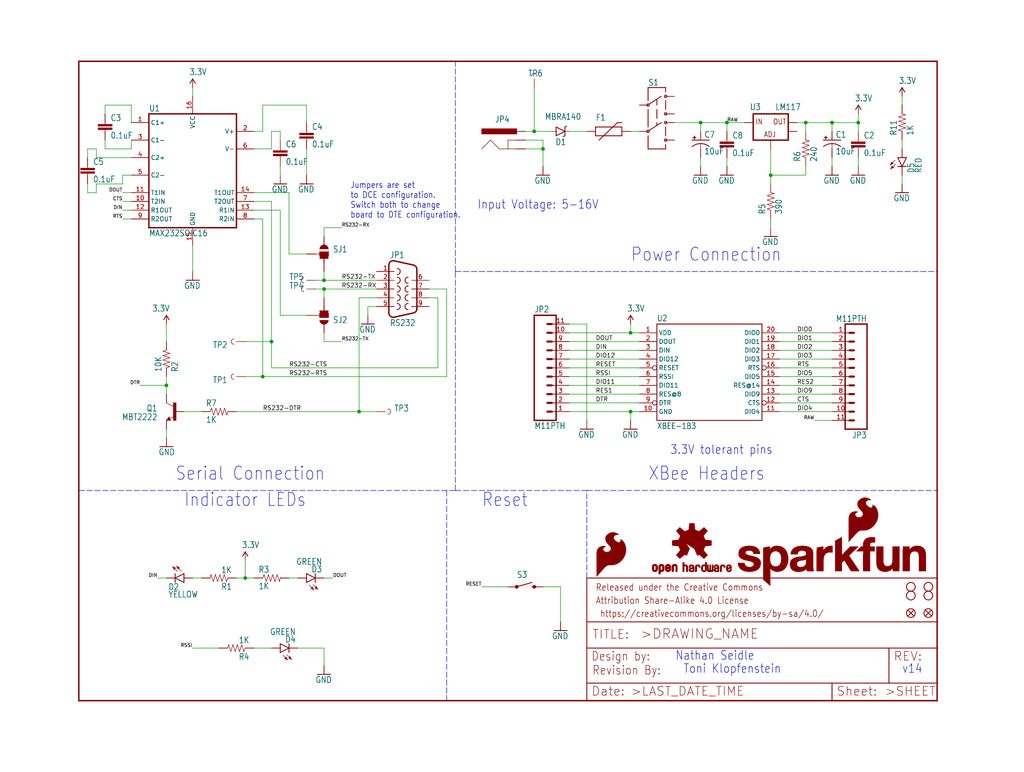
<source format=kicad_sch>
(kicad_sch (version 20211123) (generator eeschema)
  (paper "User" 297.002 223.926)
  (lib_symbols
    (symbol "eagleSchem-eagle-import:0.1UF-25V(+80{slash}-20%)(0603)"
      (property "Reference" "C" (at 1.524 2.921 0))
      (property "Value" "0.1UF-25V(+80{slash}-20%)(0603)" (at 1.524 -2.159 0))
      (symbol "0.1UF-25V(+80{slash}-20%)(0603)_1_0"
        (pin passive line (at 0 5.08 270) (length 2.54) (name "1") (number "1"))
        (pin passive line (at 0 -2.54 90) (length 2.54) (name "2") (number "2"))
      )
    )
    (symbol "eagleSchem-eagle-import:10KOHM-1{slash}10W-1%(0603)0603"
      (property "Reference" "R" (at -3.81 1.4986 0))
      (property "Value" "10KOHM-1{slash}10W-1%(0603)0603" (at -3.81 -3.302 0))
      (symbol "10KOHM-1{slash}10W-1%(0603)0603_1_0"
        (pin passive line (at -5.08 0 0) (length 2.54) (name "1") (number "1"))
        (pin passive line (at 5.08 0 180) (length 2.54) (name "2") (number "2"))
      )
    )
    (symbol "eagleSchem-eagle-import:10UF-16V-10%(TANT)"
      (property "Reference" "C" (at 1.016 0.635 0))
      (property "Value" "10UF-16V-10%(TANT)" (at 1.016 -4.191 0))
      (symbol "10UF-16V-10%(TANT)_1_0"
        (pin passive line (at 0 2.54 270) (length 2.54) (name "+") (number "A"))
        (pin passive line (at 0 -5.08 90) (length 2.54) (name "-") (number "C"))
      )
    )
    (symbol "eagleSchem-eagle-import:1KOHM-1{slash}10W-1%(0603)"
      (property "Reference" "R" (at -3.81 1.4986 0))
      (property "Value" "1KOHM-1{slash}10W-1%(0603)" (at -3.81 -3.302 0))
      (symbol "1KOHM-1{slash}10W-1%(0603)_1_0"
        (pin passive line (at -5.08 0 0) (length 2.54) (name "1") (number "1"))
        (pin passive line (at 5.08 0 180) (length 2.54) (name "2") (number "2"))
      )
    )
    (symbol "eagleSchem-eagle-import:240OHM1{slash}10W1%(0603)"
      (property "Reference" "R" (at -3.81 1.4986 0))
      (property "Value" "240OHM1{slash}10W1%(0603)" (at -3.81 -3.302 0))
      (symbol "240OHM1{slash}10W1%(0603)_1_0"
        (pin passive line (at -5.08 0 0) (length 2.54) (name "1") (number "1"))
        (pin passive line (at 5.08 0 180) (length 2.54) (name "2") (number "2"))
      )
    )
    (symbol "eagleSchem-eagle-import:3.3V" (power)
      (property "Value" "3.3V" (at -1.016 3.556 0))
      (symbol "3.3V_1_0"
        (pin power_in line (at 0 0 90) (length 2.54) (name "3.3V") (number "1"))
      )
    )
    (symbol "eagleSchem-eagle-import:390OHM1{slash}10W1%(0603)"
      (property "Reference" "R" (at -3.81 1.4986 0))
      (property "Value" "390OHM1{slash}10W1%(0603)" (at -3.81 -3.302 0))
      (symbol "390OHM1{slash}10W1%(0603)_1_0"
        (pin passive line (at -5.08 0 0) (length 2.54) (name "1") (number "1"))
        (pin passive line (at 5.08 0 180) (length 2.54) (name "2") (number "2"))
      )
    )
    (symbol "eagleSchem-eagle-import:AYZ0202"
      (property "Reference" "S" (at -2.54 8.128 0))
      (property "Value" "AYZ0202" (at -2.54 -12.7 0))
      (symbol "AYZ0202_1_0"
        (pin bidirectional line (at 5.08 0 180) (length 2.54) (name "3") (number "1"))
        (pin bidirectional line (at -5.08 2.54 0) (length 2.54) (name "2") (number "2"))
        (pin bidirectional line (at 5.08 5.08 180) (length 2.54) (name "1") (number "3"))
        (pin bidirectional line (at 5.08 -7.62 180) (length 2.54) (name "6") (number "4"))
        (pin bidirectional line (at -5.08 -5.08 0) (length 2.54) (name "5") (number "5"))
        (pin bidirectional line (at 5.08 -2.54 180) (length 2.54) (name "4") (number "6"))
      )
    )
    (symbol "eagleSchem-eagle-import:DB9FEMALE"
      (property "Reference" "JP" (at -3.81 8.89 0))
      (property "Value" "DB9FEMALE" (at -3.81 -10.795 0))
      (symbol "DB9FEMALE_1_0"
        (pin passive line (at -7.62 5.08 0) (length 5.08) (name "1") (number "1"))
        (pin passive line (at -7.62 2.54 0) (length 5.08) (name "2") (number "2"))
        (pin passive line (at -7.62 0 0) (length 5.08) (name "3") (number "3"))
        (pin passive line (at -7.62 -2.54 0) (length 5.08) (name "4") (number "4"))
        (pin passive line (at -7.62 -5.08 0) (length 5.08) (name "5") (number "5"))
        (pin passive line (at 7.62 2.54 180) (length 5.08) (name "6") (number "6"))
        (pin passive line (at 7.62 0 180) (length 5.08) (name "7") (number "7"))
        (pin passive line (at 7.62 -2.54 180) (length 5.08) (name "8") (number "8"))
        (pin passive line (at 7.62 -5.08 180) (length 5.08) (name "9") (number "9"))
      )
    )
    (symbol "eagleSchem-eagle-import:DIODE-SCHOTTKY-MBRA140"
      (property "Reference" "D" (at 2.54 0.4826 0))
      (property "Value" "DIODE-SCHOTTKY-MBRA140" (at 2.54 -2.3114 0))
      (symbol "DIODE-SCHOTTKY-MBRA140_1_0"
        (pin passive line (at -2.54 0 0) (length 0) (name "A") (number "A"))
        (pin passive line (at 2.54 0 180) (length 0) (name "C") (number "C"))
      )
    )
    (symbol "eagleSchem-eagle-import:FIDUCIAL1X2")
    (symbol "eagleSchem-eagle-import:FRAME-LETTER"
      (symbol "FRAME-LETTER_2_0"
        (text " https://creativecommons.org/licenses/by-sa/4.0/" (at 2.54 24.13 0) (effects (font (size 1.9304 1.6408)) (justify left bottom)))
        (text ">DRAWING_NAME" (at 15.494 17.78 0) (effects (font (size 2.7432 2.7432)) (justify left bottom)))
        (text ">LAST_DATE_TIME" (at 12.7 1.27 0) (effects (font (size 2.54 2.54)) (justify left bottom)))
        (text ">SHEET" (at 86.36 1.27 0) (effects (font (size 2.54 2.54)) (justify left bottom)))
        (text "Attribution Share-Alike 4.0 License" (at 2.54 27.94 0) (effects (font (size 1.9304 1.6408)) (justify left bottom)))
        (text "Date:" (at 1.27 1.27 0) (effects (font (size 2.54 2.54)) (justify left bottom)))
        (text "Design by:" (at 1.27 11.43 0) (effects (font (size 2.54 2.159)) (justify left bottom)))
        (text "Released under the Creative Commons" (at 2.54 31.75 0) (effects (font (size 1.9304 1.6408)) (justify left bottom)))
        (text "REV:" (at 88.9 11.43 0) (effects (font (size 2.54 2.54)) (justify left bottom)))
        (text "Sheet:" (at 72.39 1.27 0) (effects (font (size 2.54 2.54)) (justify left bottom)))
        (text "TITLE:" (at 1.524 17.78 0) (effects (font (size 2.54 2.54)) (justify left bottom)))
      )
    )
    (symbol "eagleSchem-eagle-import:GND" (power)
      (property "Value" "GND" (at -2.54 -2.54 0))
      (symbol "GND_1_0"
        (pin power_in line (at 0 2.54 270) (length 2.54) (name "GND") (number "1"))
      )
    )
    (symbol "eagleSchem-eagle-import:JUMPER-PAD-3-2OF3_NC_BY_TRACE_SMALL"
      (property "Reference" "SJ" (at 2.54 0.381 0))
      (property "Value" "JUMPER-PAD-3-2OF3_NC_BY_TRACE_SMALL" (at 2.54 -1.905 0))
      (symbol "JUMPER-PAD-3-2OF3_NC_BY_TRACE_SMALL_1_0"
        (pin passive line (at 0 5.08 270) (length 2.54) (name "1") (number "1"))
        (pin passive line (at -5.08 0 0) (length 2.54) (name "2") (number "2"))
        (pin passive line (at 0 -5.08 90) (length 2.54) (name "3") (number "3"))
      )
    )
    (symbol "eagleSchem-eagle-import:LED-GREENLARGE"
      (property "Reference" "D" (at 3.556 -4.572 90))
      (property "Value" "LED-GREENLARGE" (at 5.715 -4.572 90))
      (symbol "LED-GREENLARGE_1_0"
        (pin passive line (at 0 2.54 270) (length 2.54) (name "A") (number "A"))
        (pin passive line (at 0 -5.08 90) (length 2.54) (name "C") (number "C"))
      )
    )
    (symbol "eagleSchem-eagle-import:LED-RED1206"
      (property "Reference" "D" (at 3.556 -4.572 90))
      (property "Value" "LED-RED1206" (at 5.715 -4.572 90))
      (symbol "LED-RED1206_1_0"
        (pin passive line (at 0 2.54 270) (length 2.54) (name "A") (number "A"))
        (pin passive line (at 0 -5.08 90) (length 2.54) (name "C") (number "C"))
      )
    )
    (symbol "eagleSchem-eagle-import:LED-YELLOWLARGE"
      (property "Reference" "D" (at 3.556 -4.572 90))
      (property "Value" "LED-YELLOWLARGE" (at 5.715 -4.572 90))
      (symbol "LED-YELLOWLARGE_1_0"
        (pin passive line (at 0 2.54 270) (length 2.54) (name "A") (number "A"))
        (pin passive line (at 0 -5.08 90) (length 2.54) (name "C") (number "C"))
      )
    )
    (symbol "eagleSchem-eagle-import:M11PTH"
      (property "Reference" "JP" (at 0 16.002 0))
      (property "Value" "M11PTH" (at 0 -17.78 0))
      (symbol "M11PTH_1_0"
        (pin passive line (at 10.16 -12.7 180) (length 5.08) (name "1") (number "1"))
        (pin passive line (at 10.16 10.16 180) (length 5.08) (name "10") (number "10"))
        (pin passive line (at 10.16 12.7 180) (length 5.08) (name "11") (number "11"))
        (pin passive line (at 10.16 -10.16 180) (length 5.08) (name "2") (number "2"))
        (pin passive line (at 10.16 -7.62 180) (length 5.08) (name "3") (number "3"))
        (pin passive line (at 10.16 -5.08 180) (length 5.08) (name "4") (number "4"))
        (pin passive line (at 10.16 -2.54 180) (length 5.08) (name "5") (number "5"))
        (pin passive line (at 10.16 0 180) (length 5.08) (name "6") (number "6"))
        (pin passive line (at 10.16 2.54 180) (length 5.08) (name "7") (number "7"))
        (pin passive line (at 10.16 5.08 180) (length 5.08) (name "8") (number "8"))
        (pin passive line (at 10.16 7.62 180) (length 5.08) (name "9") (number "9"))
      )
    )
    (symbol "eagleSchem-eagle-import:MAX232SOIC16"
      (property "Reference" "U" (at -10.16 15.875 0))
      (property "Value" "MAX232SOIC16" (at -10.16 -20.32 0))
      (symbol "MAX232SOIC16_1_0"
        (pin bidirectional line (at -15.24 12.7 0) (length 5.08) (name "C1+") (number "1"))
        (pin input line (at -15.24 -10.16 0) (length 5.08) (name "T2IN") (number "10"))
        (pin input line (at -15.24 -7.62 0) (length 5.08) (name "T1IN") (number "11"))
        (pin output line (at -15.24 -12.7 0) (length 5.08) (name "R1OUT") (number "12"))
        (pin input line (at 20.32 -12.7 180) (length 5.08) (name "R1IN") (number "13"))
        (pin output line (at 20.32 -7.62 180) (length 5.08) (name "T1OUT") (number "14"))
        (pin bidirectional line (at 2.54 -22.86 90) (length 5.08) (name "GND") (number "15"))
        (pin bidirectional line (at 2.54 20.32 270) (length 5.08) (name "VCC") (number "16"))
        (pin bidirectional line (at 20.32 10.16 180) (length 5.08) (name "V+") (number "2"))
        (pin bidirectional line (at -15.24 7.62 0) (length 5.08) (name "C1-") (number "3"))
        (pin bidirectional line (at -15.24 2.54 0) (length 5.08) (name "C2+") (number "4"))
        (pin bidirectional line (at -15.24 -2.54 0) (length 5.08) (name "C2-") (number "5"))
        (pin bidirectional line (at 20.32 5.08 180) (length 5.08) (name "V-") (number "6"))
        (pin output line (at 20.32 -10.16 180) (length 5.08) (name "T2OUT") (number "7"))
        (pin input line (at 20.32 -15.24 180) (length 5.08) (name "R2IN") (number "8"))
        (pin output line (at -15.24 -15.24 0) (length 5.08) (name "R2OUT") (number "9"))
      )
    )
    (symbol "eagleSchem-eagle-import:OSHW-LOGOL")
    (symbol "eagleSchem-eagle-import:POWER_JACKPTH_LOCK"
      (property "Reference" "JP" (at -10.16 0 0))
      (property "Value" "POWER_JACKPTH_LOCK" (at -10.16 10.16 0))
      (symbol "POWER_JACKPTH_LOCK_1_0"
        (pin bidirectional line (at 2.54 2.54 180) (length 2.54) (name "GND") (number "GND"))
        (pin bidirectional line (at 2.54 5.08 180) (length 2.54) (name "GNDBREAK") (number "GNDBREAK"))
        (pin bidirectional line (at 2.54 7.62 180) (length 2.54) (name "PWR") (number "PWR"))
      )
    )
    (symbol "eagleSchem-eagle-import:PTCTHERMISTOR1206"
      (property "Reference" "F" (at -2.54 3.048 0))
      (property "Value" "PTCTHERMISTOR1206" (at -3.302 -5.08 0))
      (symbol "PTCTHERMISTOR1206_1_0"
        (pin bidirectional line (at -5.08 0 0) (length 2.54) (name "1") (number "1"))
        (pin bidirectional line (at 7.62 0 180) (length 2.54) (name "2") (number "2"))
      )
    )
    (symbol "eagleSchem-eagle-import:REVISION"
      (symbol "REVISION_1_0"
        (text "Revision By: " (at 0 0 0) (effects (font (size 2.54 2.159)) (justify left bottom)))
      )
    )
    (symbol "eagleSchem-eagle-import:SFE_LOGO_FLAME.1_INCH")
    (symbol "eagleSchem-eagle-import:SFE_LOGO_NAME_FLAME.2_INCH")
    (symbol "eagleSchem-eagle-import:STAND-OFF")
    (symbol "eagleSchem-eagle-import:SWITCH-MOMENTARY-2SMD-REDUNDANT"
      (property "Reference" "S" (at -2.54 2.54 0))
      (property "Value" "SWITCH-MOMENTARY-2SMD-REDUNDANT" (at -2.54 -2.54 0))
      (symbol "SWITCH-MOMENTARY-2SMD-REDUNDANT_1_0"
        (pin passive line (at -5.08 0 0) (length 2.54) (name "1") (number "1"))
        (pin passive line (at -5.08 0 0) (length 2.54) (name "1") (number "2"))
        (pin passive line (at 5.08 0 180) (length 2.54) (name "2") (number "3"))
        (pin passive line (at 5.08 0 180) (length 2.54) (name "2") (number "4"))
      )
    )
    (symbol "eagleSchem-eagle-import:TEST-POINTTP_15TH_THRU"
      (property "Reference" "TP" (at -2.54 2.54 0))
      (property "Value" "TEST-POINTTP_15TH_THRU" (at -2.54 -2.54 0))
      (symbol "TEST-POINTTP_15TH_THRU_1_0"
        (pin bidirectional line (at 0 0 180) (length 0) (name "1") (number "P$1"))
      )
    )
    (symbol "eagleSchem-eagle-import:TRANSISTOR_NPNSOT23-3"
      (property "Reference" "Q" (at 5.08 0 0))
      (property "Value" "TRANSISTOR_NPNSOT23-3" (at 5.08 -2.54 0))
      (symbol "TRANSISTOR_NPNSOT23-3_1_0"
        (pin passive line (at -2.54 0 0) (length 2.54) (name "B") (number "1"))
        (pin passive line (at 2.54 -5.08 90) (length 2.54) (name "E") (number "2"))
        (pin passive line (at 2.54 5.08 270) (length 2.54) (name "C") (number "3"))
      )
    )
    (symbol "eagleSchem-eagle-import:V_REG_LM1117SOT223"
      (property "Reference" "IC" (at 2.54 -7.62 0))
      (property "Value" "V_REG_LM1117SOT223" (at 2.54 -10.16 0))
      (symbol "V_REG_LM1117SOT223_1_0"
        (text "ADJ" (at -2.032 -4.318 0) (effects (font (size 1.524 1.2954)) (justify left bottom)))
        (text "IN" (at -4.445 -0.635 0) (effects (font (size 1.524 1.2954)) (justify left bottom)))
        (text "OUT" (at 0.635 -0.635 0) (effects (font (size 1.524 1.2954)) (justify left bottom)))
        (pin input line (at 0 -7.62 90) (length 2.54) (name "ADJ") (number "1"))
        (pin output line (at 7.62 0 180) (length 2.54) (name "OUT") (number "2"))
        (pin input line (at -7.62 0 0) (length 2.54) (name "IN") (number "3"))
        (pin output line (at 7.62 -2.54 180) (length 2.54) (name "OUT@1") (number "4"))
      )
    )
    (symbol "eagleSchem-eagle-import:XBEE-1B3"
      (property "Value" "XBEE-1B3" (at -15.24 -17.78 0))
      (symbol "XBEE-1B3_1_0"
        (pin power_in line (at -20.32 10.16 0) (length 5.08) (name "VDD") (number "1"))
        (pin power_in line (at -20.32 -12.7 0) (length 5.08) (name "GND") (number "10"))
        (pin bidirectional line (at 20.32 -12.7 180) (length 5.08) (name "DIO4") (number "11"))
        (pin output inverted (at 20.32 -10.16 180) (length 5.08) (name "CTS") (number "12"))
        (pin bidirectional line (at 20.32 -7.62 180) (length 5.08) (name "DIO9") (number "13"))
        (pin bidirectional line (at 20.32 -5.08 180) (length 5.08) (name "RES@14") (number "14"))
        (pin bidirectional line (at 20.32 -2.54 180) (length 5.08) (name "DIO5") (number "15"))
        (pin input inverted (at 20.32 0 180) (length 5.08) (name "RTS") (number "16"))
        (pin bidirectional line (at 20.32 2.54 180) (length 5.08) (name "DIO3") (number "17"))
        (pin bidirectional line (at 20.32 5.08 180) (length 5.08) (name "DIO2") (number "18"))
        (pin bidirectional line (at 20.32 7.62 180) (length 5.08) (name "DIO1") (number "19"))
        (pin output line (at -20.32 7.62 0) (length 5.08) (name "DOUT") (number "2"))
        (pin bidirectional line (at 20.32 10.16 180) (length 5.08) (name "DIO0") (number "20"))
        (pin input line (at -20.32 5.08 0) (length 5.08) (name "DIN") (number "3"))
        (pin bidirectional line (at -20.32 2.54 0) (length 5.08) (name "DIO12") (number "4"))
        (pin input inverted (at -20.32 0 0) (length 5.08) (name "RESET") (number "5"))
        (pin bidirectional line (at -20.32 -2.54 0) (length 5.08) (name "RSSI") (number "6"))
        (pin bidirectional line (at -20.32 -5.08 0) (length 5.08) (name "DIO11") (number "7"))
        (pin bidirectional line (at -20.32 -7.62 0) (length 5.08) (name "RES@8") (number "8"))
        (pin bidirectional inverted (at -20.32 -10.16 0) (length 5.08) (name "DTR") (number "9"))
      )
    )
  )
  (junction (at 248.92 35.56))
  (junction (at 93.98 83.82))
  (junction (at 93.98 81.28))
  (junction (at 210.82 35.56))
  (junction (at 76.2 109.22))
  (junction (at 233.68 35.56))
  (junction (at 78.74 99.06))
  (junction (at 48.26 111.76))
  (junction (at 182.88 119.38))
  (junction (at 203.2 35.56))
  (junction (at 182.88 96.52))
  (junction (at 154.94 38.1))
  (junction (at 71.12 167.64))
  (junction (at 241.3 35.56))
  (junction (at 104.14 119.38))
  (junction (at 157.48 43.18))
  (junction (at 223.52 50.8))
  (wire (pts (xy 38.1 40.64) (xy 38.1 43.18)))
  (wire (pts (xy 210.82 35.56) (xy 203.2 35.56)))
  (wire (pts (xy 73.66 187.96) (xy 78.74 187.96)))
  (wire (pts (xy 185.42 104.14) (xy 165.1 104.14)))
  (wire (pts (xy 157.48 43.18) (xy 157.48 48.26)))
  (wire (pts (xy 93.98 83.82) (xy 93.98 86.36)))
  (wire (pts (xy 129.54 109.22) (xy 76.2 109.22)))
  (wire (pts (xy 71.12 109.22) (xy 76.2 109.22)))
  (wire (pts (xy 241.3 109.22) (xy 226.06 109.22)))
  (wire (pts (xy 241.3 35.56) (xy 233.68 35.56)))
  (polyline (pts (xy 132.08 78.74) (xy 132.08 17.78)))
  (wire (pts (xy 93.98 66.04) (xy 99.06 66.04)))
  (wire (pts (xy 73.66 167.64) (xy 71.12 167.64)))
  (wire (pts (xy 73.66 60.96) (xy 81.28 60.96)))
  (wire (pts (xy 241.3 119.38) (xy 226.06 119.38)))
  (wire (pts (xy 233.68 38.1) (xy 233.68 35.56)))
  (wire (pts (xy 223.52 53.34) (xy 223.52 50.8)))
  (wire (pts (xy 78.74 38.1) (xy 81.28 38.1)))
  (wire (pts (xy 185.42 106.68) (xy 165.1 106.68)))
  (wire (pts (xy 35.56 50.8) (xy 35.56 53.34)))
  (wire (pts (xy 78.74 43.18) (xy 78.74 38.1)))
  (wire (pts (xy 71.12 162.56) (xy 71.12 167.64)))
  (wire (pts (xy 76.2 109.22) (xy 76.2 63.5)))
  (wire (pts (xy 91.44 83.82) (xy 93.98 83.82)))
  (wire (pts (xy 68.58 119.38) (xy 104.14 119.38)))
  (wire (pts (xy 48.26 127) (xy 48.26 124.46)))
  (polyline (pts (xy 170.18 167.64) (xy 170.18 142.24)))
  (wire (pts (xy 129.54 83.82) (xy 129.54 109.22)))
  (wire (pts (xy 109.22 119.38) (xy 104.14 119.38)))
  (wire (pts (xy 241.3 96.52) (xy 226.06 96.52)))
  (polyline (pts (xy 132.08 78.74) (xy 271.78 78.74)))
  (wire (pts (xy 241.3 104.14) (xy 226.06 104.14)))
  (wire (pts (xy 78.74 58.42) (xy 73.66 58.42)))
  (wire (pts (xy 261.62 30.48) (xy 261.62 27.94)))
  (wire (pts (xy 73.66 38.1) (xy 76.2 38.1)))
  (wire (pts (xy 30.48 30.48) (xy 30.48 33.02)))
  (wire (pts (xy 210.82 38.1) (xy 210.82 35.56)))
  (wire (pts (xy 162.56 180.34) (xy 162.56 170.18)))
  (wire (pts (xy 241.3 48.26) (xy 241.3 45.72)))
  (wire (pts (xy 170.18 93.98) (xy 170.18 121.92)))
  (wire (pts (xy 48.26 93.98) (xy 48.26 99.06)))
  (wire (pts (xy 241.3 114.3) (xy 226.06 114.3)))
  (wire (pts (xy 30.48 43.18) (xy 30.48 40.64)))
  (wire (pts (xy 261.62 43.18) (xy 261.62 40.64)))
  (wire (pts (xy 93.98 187.96) (xy 93.98 193.04)))
  (wire (pts (xy 203.2 48.26) (xy 203.2 45.72)))
  (wire (pts (xy 241.3 35.56) (xy 248.92 35.56)))
  (wire (pts (xy 185.42 99.06) (xy 165.1 99.06)))
  (wire (pts (xy 27.94 53.34) (xy 27.94 55.88)))
  (wire (pts (xy 48.26 111.76) (xy 40.64 111.76)))
  (wire (pts (xy 185.42 119.38) (xy 182.88 119.38)))
  (wire (pts (xy 147.32 170.18) (xy 139.7 170.18)))
  (wire (pts (xy 248.92 38.1) (xy 248.92 35.56)))
  (wire (pts (xy 241.3 101.6) (xy 226.06 101.6)))
  (wire (pts (xy 106.68 88.9) (xy 106.68 91.44)))
  (wire (pts (xy 38.1 60.96) (xy 35.56 60.96)))
  (wire (pts (xy 182.88 96.52) (xy 165.1 96.52)))
  (wire (pts (xy 48.26 111.76) (xy 48.26 114.3)))
  (wire (pts (xy 182.88 96.52) (xy 182.88 93.98)))
  (wire (pts (xy 124.46 86.36) (xy 127 86.36)))
  (wire (pts (xy 248.92 35.56) (xy 248.92 33.02)))
  (polyline (pts (xy 132.08 142.24) (xy 170.18 142.24)))
  (wire (pts (xy 38.1 35.56) (xy 38.1 30.48)))
  (wire (pts (xy 38.1 58.42) (xy 35.56 58.42)))
  (polyline (pts (xy 132.08 142.24) (xy 132.08 78.74)))
  (wire (pts (xy 185.42 96.52) (xy 182.88 96.52)))
  (wire (pts (xy 93.98 78.74) (xy 93.98 81.28)))
  (wire (pts (xy 73.66 43.18) (xy 78.74 43.18)))
  (wire (pts (xy 38.1 45.72) (xy 27.94 45.72)))
  (wire (pts (xy 241.3 121.92) (xy 236.22 121.92)))
  (wire (pts (xy 104.14 86.36) (xy 104.14 119.38)))
  (wire (pts (xy 109.22 86.36) (xy 104.14 86.36)))
  (wire (pts (xy 93.98 99.06) (xy 99.06 99.06)))
  (wire (pts (xy 152.4 43.18) (xy 157.48 43.18)))
  (wire (pts (xy 154.94 25.4) (xy 154.94 38.1)))
  (wire (pts (xy 165.1 38.1) (xy 170.18 38.1)))
  (wire (pts (xy 35.56 53.34) (xy 27.94 53.34)))
  (wire (pts (xy 223.52 50.8) (xy 223.52 43.18)))
  (wire (pts (xy 78.74 99.06) (xy 78.74 58.42)))
  (wire (pts (xy 185.42 109.22) (xy 165.1 109.22)))
  (wire (pts (xy 86.36 187.96) (xy 93.98 187.96)))
  (wire (pts (xy 27.94 55.88) (xy 25.4 55.88)))
  (wire (pts (xy 152.4 40.64) (xy 157.48 40.64)))
  (wire (pts (xy 88.9 50.8) (xy 88.9 43.18)))
  (wire (pts (xy 248.92 48.26) (xy 248.92 45.72)))
  (wire (pts (xy 182.88 119.38) (xy 182.88 121.92)))
  (wire (pts (xy 182.88 119.38) (xy 165.1 119.38)))
  (wire (pts (xy 81.28 60.96) (xy 81.28 91.44)))
  (wire (pts (xy 38.1 63.5) (xy 35.56 63.5)))
  (wire (pts (xy 185.42 111.76) (xy 165.1 111.76)))
  (wire (pts (xy 68.58 167.64) (xy 71.12 167.64)))
  (wire (pts (xy 58.42 119.38) (xy 53.34 119.38)))
  (wire (pts (xy 88.9 73.66) (xy 83.82 73.66)))
  (wire (pts (xy 233.68 50.8) (xy 223.52 50.8)))
  (wire (pts (xy 195.58 35.56) (xy 203.2 35.56)))
  (wire (pts (xy 215.9 35.56) (xy 210.82 35.56)))
  (wire (pts (xy 165.1 93.98) (xy 170.18 93.98)))
  (wire (pts (xy 185.42 38.1) (xy 182.88 38.1)))
  (wire (pts (xy 154.94 38.1) (xy 152.4 38.1)))
  (wire (pts (xy 162.56 170.18) (xy 157.48 170.18)))
  (wire (pts (xy 261.62 50.8) (xy 261.62 53.34)))
  (wire (pts (xy 185.42 114.3) (xy 165.1 114.3)))
  (wire (pts (xy 27.94 45.72) (xy 27.94 43.18)))
  (wire (pts (xy 93.98 83.82) (xy 109.22 83.82)))
  (wire (pts (xy 233.68 48.26) (xy 233.68 50.8)))
  (wire (pts (xy 76.2 30.48) (xy 88.9 30.48)))
  (wire (pts (xy 63.5 187.96) (xy 55.88 187.96)))
  (wire (pts (xy 185.42 116.84) (xy 165.1 116.84)))
  (wire (pts (xy 38.1 55.88) (xy 35.56 55.88)))
  (wire (pts (xy 78.74 106.68) (xy 78.74 99.06)))
  (wire (pts (xy 88.9 30.48) (xy 88.9 35.56)))
  (wire (pts (xy 71.12 99.06) (xy 78.74 99.06)))
  (wire (pts (xy 93.98 68.58) (xy 93.98 66.04)))
  (wire (pts (xy 81.28 91.44) (xy 88.9 91.44)))
  (wire (pts (xy 83.82 73.66) (xy 83.82 55.88)))
  (wire (pts (xy 38.1 50.8) (xy 35.56 50.8)))
  (wire (pts (xy 76.2 38.1) (xy 76.2 30.48)))
  (wire (pts (xy 55.88 78.74) (xy 55.88 71.12)))
  (wire (pts (xy 25.4 55.88) (xy 25.4 53.34)))
  (wire (pts (xy 58.42 167.64) (xy 55.88 167.64)))
  (polyline (pts (xy 170.18 142.24) (xy 271.78 142.24)))
  (wire (pts (xy 160.02 38.1) (xy 154.94 38.1)))
  (wire (pts (xy 83.82 55.88) (xy 73.66 55.88)))
  (wire (pts (xy 48.26 109.22) (xy 48.26 111.76)))
  (wire (pts (xy 38.1 30.48) (xy 30.48 30.48)))
  (wire (pts (xy 25.4 43.18) (xy 25.4 45.72)))
  (wire (pts (xy 210.82 48.26) (xy 210.82 45.72)))
  (wire (pts (xy 157.48 40.64) (xy 157.48 43.18)))
  (wire (pts (xy 241.3 99.06) (xy 226.06 99.06)))
  (wire (pts (xy 48.26 167.64) (xy 45.72 167.64)))
  (wire (pts (xy 241.3 116.84) (xy 226.06 116.84)))
  (wire (pts (xy 81.28 50.8) (xy 81.28 48.26)))
  (wire (pts (xy 203.2 38.1) (xy 203.2 35.56)))
  (wire (pts (xy 233.68 35.56) (xy 231.14 35.56)))
  (wire (pts (xy 241.3 111.76) (xy 226.06 111.76)))
  (polyline (pts (xy 129.54 142.24) (xy 129.54 203.2)))
  (wire (pts (xy 27.94 43.18) (xy 25.4 43.18)))
  (wire (pts (xy 127 86.36) (xy 127 106.68)))
  (wire (pts (xy 185.42 101.6) (xy 165.1 101.6)))
  (wire (pts (xy 55.88 25.4) (xy 55.88 27.94)))
  (wire (pts (xy 223.52 66.04) (xy 223.52 63.5)))
  (wire (pts (xy 109.22 88.9) (xy 106.68 88.9)))
  (wire (pts (xy 93.98 96.52) (xy 93.98 99.06)))
  (wire (pts (xy 93.98 81.28) (xy 109.22 81.28)))
  (wire (pts (xy 241.3 106.68) (xy 226.06 106.68)))
  (wire (pts (xy 91.44 81.28) (xy 93.98 81.28)))
  (wire (pts (xy 241.3 38.1) (xy 241.3 35.56)))
  (wire (pts (xy 76.2 63.5) (xy 73.66 63.5)))
  (polyline (pts (xy 22.86 142.24) (xy 132.08 142.24)))
  (wire (pts (xy 127 106.68) (xy 78.74 106.68)))
  (wire (pts (xy 124.46 83.82) (xy 129.54 83.82)))
  (wire (pts (xy 83.82 167.64) (xy 86.36 167.64)))
  (wire (pts (xy 38.1 43.18) (xy 30.48 43.18)))
  (wire (pts (xy 81.28 38.1) (xy 81.28 40.64)))
  (wire (pts (xy 93.98 167.64) (xy 96.52 167.64)))
  (text "Reset" (at 139.7 147.32 180) (effects (font (size 3.81 3.2385)) (justify left bottom)))
  (text "Power Connection" (at 182.88 76.2 180) (effects (font (size 3.81 3.2385)) (justify left bottom)))
  (text "Nathan Seidle" (at 195.834 191.77 180) (effects (font (size 2.54 2.159)) (justify left bottom)))
  (text "Jumpers are set\nto DCE configuration.\nSwitch both to change\nboard to DTE configuration." (at 101.6 63.5 0) (effects (font (size 1.778 1.5113)) (justify left bottom)))
  (text "Serial Connection" (at 50.8 139.7 180) (effects (font (size 3.81 3.2385)) (justify left bottom)))
  (text "3.3V tolerant pins" (at 194.31 132.08 180) (effects (font (size 2.54 2.159)) (justify left bottom)))
  (text "Toni Klopfenstein" (at 198.12 195.58 180) (effects (font (size 2.54 2.159)) (justify left bottom)))
  (text "v14" (at 261.62 195.58 180) (effects (font (size 2.54 2.159)) (justify left bottom)))
  (text "XBee Headers" (at 187.96 139.7 180) (effects (font (size 3.81 3.2385)) (justify left bottom)))
  (text "Indicator LEDs" (at 53.34 147.32 180) (effects (font (size 3.81 3.2385)) (justify left bottom)))
  (text "Input Voltage: 5-16V" (at 138.43 60.96 180) (effects (font (size 2.54 2.159)) (justify left bottom)))
  (label "RSSI" (at 55.88 187.96 180) (effects (font (size 0.9957 0.9957))))
  (label "DIN" (at 35.56 60.96 180) (effects (font (size 0.9957 0.9957))))
  (label "DIO4" (at 231.14 119.38 0) (effects (font (size 1.2446 1.2446))))
  (label "DIN" (at 45.72 167.64 180) (effects (font (size 0.9957 0.9957))))
  (label "RES2" (at 231.14 111.76 0) (effects (font (size 1.2446 1.2446))))
  (label "DOUT" (at 96.52 167.64 0) (effects (font (size 0.9957 0.9957))))
  (label "DIO2" (at 231.14 101.6 0) (effects (font (size 1.2446 1.2446))))
  (label "DTR" (at 172.72 116.84 0) (effects (font (size 1.2446 1.2446))))
  (label "DIO9" (at 231.14 114.3 0) (effects (font (size 1.2446 1.2446))))
  (label "RS232-TX" (at 99.06 99.06 0) (effects (font (size 0.9957 0.9957))))
  (label "RS232-RX" (at 99.06 66.04 0) (effects (font (size 0.9957 0.9957))))
  (label "RS232-DTR" (at 76.2 119.38 0) (effects (font (size 1.2446 1.2446))))
  (label "DIN" (at 172.72 101.6 0) (effects (font (size 1.2446 1.2446))))
  (label "RS232-RX" (at 99.06 83.82 0) (effects (font (size 1.2446 1.2446))))
  (label "DTR" (at 40.64 111.76 180) (effects (font (size 0.9957 0.9957))))
  (label "DOUT" (at 172.72 99.06 0) (effects (font (size 1.2446 1.2446))))
  (label "RS232-TX" (at 99.06 81.28 0) (effects (font (size 1.2446 1.2446))))
  (label "RES1" (at 172.72 114.3 0) (effects (font (size 1.2446 1.2446))))
  (label "RS232-CTS" (at 83.82 106.68 0) (effects (font (size 1.2446 1.2446))))
  (label "RAW" (at 236.22 121.92 180) (effects (font (size 0.9957 0.9957))))
  (label "DIO0" (at 231.14 96.52 0) (effects (font (size 1.2446 1.2446))))
  (label "RESET" (at 172.72 106.68 0) (effects (font (size 1.2446 1.2446))))
  (label "DOUT" (at 35.56 55.88 180) (effects (font (size 0.9957 0.9957))))
  (label "RSSI" (at 172.72 109.22 0) (effects (font (size 1.2446 1.2446))))
  (label "RAW" (at 210.82 35.56 0) (effects (font (size 1.016 1.016))))
  (label "DIO3" (at 231.14 104.14 0) (effects (font (size 1.2446 1.2446))))
  (label "DIO1" (at 231.14 99.06 0) (effects (font (size 1.2446 1.2446))))
  (label "RTS" (at 231.14 106.68 0) (effects (font (size 1.2446 1.2446))))
  (label "CTS" (at 231.14 116.84 0) (effects (font (size 1.2446 1.2446))))
  (label "RS232-RTS" (at 83.82 109.22 0) (effects (font (size 1.2446 1.2446))))
  (label "DIO12" (at 172.72 104.14 0) (effects (font (size 1.2446 1.2446))))
  (label "RESET" (at 139.7 170.18 180) (effects (font (size 0.9957 0.9957))))
  (label "RTS" (at 35.56 63.5 180) (effects (font (size 0.9957 0.9957))))
  (label "DIO11" (at 172.72 111.76 0) (effects (font (size 1.2446 1.2446))))
  (label "CTS" (at 35.56 58.42 180) (effects (font (size 0.9957 0.9957))))
  (label "DIO5" (at 231.14 109.22 0) (effects (font (size 1.2446 1.2446))))
  (symbol (lib_id "eagleSchem-eagle-import:390OHM1{slash}10W1%(0603)") (at 223.52 58.42 90) (unit 1)
    (property "Reference" "R5" (at 222.0214 62.23 0) (effects (font (size 1.778 1.5113)) (justify left bottom)))
    (property "Value" "390" (at 226.822 62.23 0) (effects (font (size 1.778 1.5113)) (justify left bottom)))
    (property "Footprint" "eagleSchem:0603-RES" (effects hide))
  )
  (symbol (lib_id "eagleSchem-eagle-import:STAND-OFF") (at 264.16 172.72 0) (unit 1)
    (property "Reference" "U$11" (effects hide))
    (property "Value" "STAND-OFF" (effects hide))
    (property "Footprint" "eagleSchem:STAND-OFF" (effects hide))
  )
  (symbol (lib_id "eagleSchem-eagle-import:TEST-POINTTP_15TH_THRU") (at 71.12 99.06 180) (unit 1)
    (property "Reference" "TP2" (at 66.04 99.06 0) (effects (font (size 1.778 1.5113)) (justify left bottom)))
    (property "Value" "TEST-POINTTP_15TH_THRU" (effects hide))
    (property "Footprint" "eagleSchem:TP_15TH" (effects hide))
  )
  (symbol (lib_id "eagleSchem-eagle-import:FRAME-LETTER") (at 22.86 203.2 0) (unit 1)
    (property "Reference" "FRAME1" (effects hide))
    (property "Value" "FRAME-LETTER" (effects hide))
    (property "Footprint" "eagleSchem:CREATIVE_COMMONS" (effects hide))
  )
  (symbol (lib_id "eagleSchem-eagle-import:REVISION") (at 171.704 195.834 0) (unit 1)
    (property "Reference" "U$1" (effects hide))
    (property "Value" "REVISION" (effects hide))
    (property "Footprint" "eagleSchem:REVISION" (effects hide))
  )
  (symbol (lib_id "eagleSchem-eagle-import:1KOHM-1{slash}10W-1%(0603)") (at 261.62 35.56 90) (unit 1)
    (property "Reference" "R11" (at 260.1214 39.37 0) (effects (font (size 1.778 1.5113)) (justify left bottom)))
    (property "Value" "1K" (at 264.922 39.37 0) (effects (font (size 1.778 1.5113)) (justify left bottom)))
    (property "Footprint" "eagleSchem:0603-RES" (effects hide))
  )
  (symbol (lib_id "eagleSchem-eagle-import:GND") (at 261.62 55.88 0) (unit 1)
    (property "Reference" "#GND28" (effects hide))
    (property "Value" "GND" (at 259.08 58.42 0) (effects (font (size 1.778 1.5113)) (justify left bottom)))
    (property "Footprint" "eagleSchem:" (effects hide))
  )
  (symbol (lib_id "eagleSchem-eagle-import:GND") (at 210.82 50.8 0) (unit 1)
    (property "Reference" "#GND9" (effects hide))
    (property "Value" "GND" (at 208.28 53.34 0) (effects (font (size 1.778 1.5113)) (justify left bottom)))
    (property "Footprint" "eagleSchem:" (effects hide))
  )
  (symbol (lib_id "eagleSchem-eagle-import:FRAME-LETTER") (at 170.18 203.2 0) (unit 2)
    (property "Reference" "FRAME1" (effects hide))
    (property "Value" "FRAME-LETTER" (effects hide))
    (property "Footprint" "eagleSchem:CREATIVE_COMMONS" (effects hide))
  )
  (symbol (lib_id "eagleSchem-eagle-import:10KOHM-1{slash}10W-1%(0603)0603") (at 48.26 104.14 270) (mirror x) (unit 1)
    (property "Reference" "R2" (at 49.7586 107.95 0) (effects (font (size 1.778 1.5113)) (justify left bottom)))
    (property "Value" "10K" (at 44.958 107.95 0) (effects (font (size 1.778 1.5113)) (justify left bottom)))
    (property "Footprint" "eagleSchem:0603-RES" (effects hide))
  )
  (symbol (lib_id "eagleSchem-eagle-import:0.1UF-25V(+80{slash}-20%)(0603)") (at 210.82 43.18 0) (unit 1)
    (property "Reference" "C8" (at 212.344 40.259 0) (effects (font (size 1.778 1.5113)) (justify left bottom)))
    (property "Value" "0.1uF" (at 212.344 45.339 0) (effects (font (size 1.778 1.5113)) (justify left bottom)))
    (property "Footprint" "eagleSchem:0603-CAP" (effects hide))
  )
  (symbol (lib_id "eagleSchem-eagle-import:GND") (at 223.52 68.58 0) (unit 1)
    (property "Reference" "#GND1" (effects hide))
    (property "Value" "GND" (at 220.98 71.12 0) (effects (font (size 1.778 1.5113)) (justify left bottom)))
    (property "Footprint" "eagleSchem:" (effects hide))
  )
  (symbol (lib_id "eagleSchem-eagle-import:POWER_JACKPTH_LOCK") (at 149.86 45.72 0) (unit 1)
    (property "Reference" "JP4" (at 143.51 35.56 0) (effects (font (size 1.778 1.5113)) (justify left bottom)))
    (property "Value" "POWER_JACKPTH_LOCK" (effects hide))
    (property "Footprint" "eagleSchem:POWER_JACK_PTH_LOCK" (effects hide))
  )
  (symbol (lib_id "eagleSchem-eagle-import:LED-GREENLARGE") (at 88.9 167.64 90) (unit 1)
    (property "Reference" "D3" (at 93.472 164.084 90) (effects (font (size 1.778 1.5113)) (justify left bottom)))
    (property "Value" "GREEN" (at 93.472 161.925 90) (effects (font (size 1.778 1.5113)) (justify left bottom)))
    (property "Footprint" "eagleSchem:LED-1206" (effects hide))
  )
  (symbol (lib_id "eagleSchem-eagle-import:0.1UF-25V(+80{slash}-20%)(0603)") (at 88.9 40.64 0) (unit 1)
    (property "Reference" "C4" (at 90.424 37.719 0) (effects (font (size 1.778 1.5113)) (justify left bottom)))
    (property "Value" "0.1uF" (at 90.424 42.799 0) (effects (font (size 1.778 1.5113)) (justify left bottom)))
    (property "Footprint" "eagleSchem:0603-CAP" (effects hide))
  )
  (symbol (lib_id "eagleSchem-eagle-import:GND") (at 203.2 50.8 0) (unit 1)
    (property "Reference" "#GND8" (effects hide))
    (property "Value" "GND" (at 200.66 53.34 0) (effects (font (size 1.778 1.5113)) (justify left bottom)))
    (property "Footprint" "eagleSchem:" (effects hide))
  )
  (symbol (lib_id "eagleSchem-eagle-import:STAND-OFF") (at 264.16 170.18 0) (unit 1)
    (property "Reference" "U$10" (effects hide))
    (property "Value" "STAND-OFF" (effects hide))
    (property "Footprint" "eagleSchem:STAND-OFF" (effects hide))
  )
  (symbol (lib_id "eagleSchem-eagle-import:1KOHM-1{slash}10W-1%(0603)") (at 68.58 187.96 180) (unit 1)
    (property "Reference" "R4" (at 72.39 189.4586 0) (effects (font (size 1.778 1.5113)) (justify left bottom)))
    (property "Value" "1K" (at 72.39 184.658 0) (effects (font (size 1.778 1.5113)) (justify left bottom)))
    (property "Footprint" "eagleSchem:0603-RES" (effects hide))
  )
  (symbol (lib_id "eagleSchem-eagle-import:M11PTH") (at 154.94 106.68 0) (unit 1)
    (property "Reference" "JP2" (at 154.94 90.678 0) (effects (font (size 1.778 1.5113)) (justify left bottom)))
    (property "Value" "M11PTH" (at 154.94 124.46 0) (effects (font (size 1.778 1.5113)) (justify left bottom)))
    (property "Footprint" "eagleSchem:1X11" (effects hide))
  )
  (symbol (lib_id "eagleSchem-eagle-import:LED-RED1206") (at 261.62 45.72 0) (unit 1)
    (property "Reference" "D5" (at 265.176 50.292 90) (effects (font (size 1.778 1.5113)) (justify left bottom)))
    (property "Value" "RED" (at 267.335 50.292 90) (effects (font (size 1.778 1.5113)) (justify left bottom)))
    (property "Footprint" "eagleSchem:LED-1206" (effects hide))
  )
  (symbol (lib_id "eagleSchem-eagle-import:GND") (at 81.28 53.34 0) (unit 1)
    (property "Reference" "#GND12" (effects hide))
    (property "Value" "GND" (at 78.74 55.88 0) (effects (font (size 1.778 1.5113)) (justify left bottom)))
    (property "Footprint" "eagleSchem:" (effects hide))
  )
  (symbol (lib_id "eagleSchem-eagle-import:TEST-POINTTP_15TH_THRU") (at 154.94 25.4 90) (unit 1)
    (property "Reference" "TP6" (at 157.48 20.32 90) (effects (font (size 1.778 1.5113)) (justify left bottom)))
    (property "Value" "TEST-POINTTP_15TH_THRU" (effects hide))
    (property "Footprint" "eagleSchem:TP_15TH" (effects hide))
  )
  (symbol (lib_id "eagleSchem-eagle-import:GND") (at 162.56 182.88 0) (unit 1)
    (property "Reference" "#GND14" (effects hide))
    (property "Value" "GND" (at 160.02 185.42 0) (effects (font (size 1.778 1.5113)) (justify left bottom)))
    (property "Footprint" "eagleSchem:" (effects hide))
  )
  (symbol (lib_id "eagleSchem-eagle-import:GND") (at 248.92 50.8 0) (unit 1)
    (property "Reference" "#GND5" (effects hide))
    (property "Value" "GND" (at 246.38 53.34 0) (effects (font (size 1.778 1.5113)) (justify left bottom)))
    (property "Footprint" "eagleSchem:" (effects hide))
  )
  (symbol (lib_id "eagleSchem-eagle-import:AYZ0202") (at 190.5 33.02 0) (unit 1)
    (property "Reference" "S1" (at 187.96 24.892 0) (effects (font (size 1.778 1.5113)) (justify left bottom)))
    (property "Value" "AYZ0202" (effects hide))
    (property "Footprint" "eagleSchem:AYZ0202" (effects hide))
  )
  (symbol (lib_id "eagleSchem-eagle-import:SFE_LOGO_FLAME.1_INCH") (at 172.72 167.64 0) (unit 1)
    (property "Reference" "LOGO3" (effects hide))
    (property "Value" "SFE_LOGO_FLAME.1_INCH" (effects hide))
    (property "Footprint" "eagleSchem:SFE_LOGO_FLAME_.1" (effects hide))
  )
  (symbol (lib_id "eagleSchem-eagle-import:TEST-POINTTP_15TH_THRU") (at 109.22 119.38 0) (unit 1)
    (property "Reference" "TP3" (at 114.3 119.38 0) (effects (font (size 1.778 1.5113)) (justify left bottom)))
    (property "Value" "TEST-POINTTP_15TH_THRU" (effects hide))
    (property "Footprint" "eagleSchem:TP_15TH" (effects hide))
  )
  (symbol (lib_id "eagleSchem-eagle-import:M11PTH") (at 251.46 109.22 180) (unit 1)
    (property "Reference" "JP3" (at 251.46 125.222 0) (effects (font (size 1.778 1.5113)) (justify left bottom)))
    (property "Value" "M11PTH" (at 251.46 91.44 0) (effects (font (size 1.778 1.5113)) (justify left bottom)))
    (property "Footprint" "eagleSchem:1X11" (effects hide))
  )
  (symbol (lib_id "eagleSchem-eagle-import:LED-GREENLARGE") (at 81.28 187.96 90) (unit 1)
    (property "Reference" "D4" (at 85.852 184.404 90) (effects (font (size 1.778 1.5113)) (justify left bottom)))
    (property "Value" "GREEN" (at 85.852 182.245 90) (effects (font (size 1.778 1.5113)) (justify left bottom)))
    (property "Footprint" "eagleSchem:LED-1206" (effects hide))
  )
  (symbol (lib_id "eagleSchem-eagle-import:SFE_LOGO_NAME_FLAME.2_INCH") (at 213.36 170.18 0) (unit 1)
    (property "Reference" "LOGO2" (effects hide))
    (property "Value" "SFE_LOGO_NAME_FLAME.2_INCH" (effects hide))
    (property "Footprint" "eagleSchem:SFE_LOGO_NAME_FLAME_.2" (effects hide))
  )
  (symbol (lib_id "eagleSchem-eagle-import:PTCTHERMISTOR1206") (at 175.26 38.1 0) (unit 1)
    (property "Reference" "F1" (at 172.72 35.052 0) (effects (font (size 1.778 1.5113)) (justify left bottom)))
    (property "Value" "PTCTHERMISTOR1206" (effects hide))
    (property "Footprint" "eagleSchem:PTC-1206" (effects hide))
  )
  (symbol (lib_id "eagleSchem-eagle-import:GND") (at 170.18 124.46 0) (unit 1)
    (property "Reference" "#GND15" (effects hide))
    (property "Value" "GND" (at 167.64 127 0) (effects (font (size 1.778 1.5113)) (justify left bottom)))
    (property "Footprint" "eagleSchem:" (effects hide))
  )
  (symbol (lib_id "eagleSchem-eagle-import:OSHW-LOGOL") (at 200.66 157.48 0) (unit 1)
    (property "Reference" "LOGO1" (effects hide))
    (property "Value" "OSHW-LOGOL" (effects hide))
    (property "Footprint" "eagleSchem:OSHW-LOGO-L" (effects hide))
  )
  (symbol (lib_id "eagleSchem-eagle-import:1KOHM-1{slash}10W-1%(0603)") (at 63.5 119.38 0) (unit 1)
    (property "Reference" "R7" (at 59.69 117.8814 0) (effects (font (size 1.778 1.5113)) (justify left bottom)))
    (property "Value" "1K" (at 59.69 122.682 0) (effects (font (size 1.778 1.5113)) (justify left bottom)))
    (property "Footprint" "eagleSchem:0603-RES" (effects hide))
  )
  (symbol (lib_id "eagleSchem-eagle-import:FIDUCIAL1X2") (at 269.24 177.8 0) (unit 1)
    (property "Reference" "U$7" (effects hide))
    (property "Value" "FIDUCIAL1X2" (effects hide))
    (property "Footprint" "eagleSchem:FIDUCIAL-1X2" (effects hide))
  )
  (symbol (lib_id "eagleSchem-eagle-import:GND") (at 55.88 81.28 0) (unit 1)
    (property "Reference" "#GND6" (effects hide))
    (property "Value" "GND" (at 53.34 83.82 0) (effects (font (size 1.778 1.5113)) (justify left bottom)))
    (property "Footprint" "eagleSchem:" (effects hide))
  )
  (symbol (lib_id "eagleSchem-eagle-import:GND") (at 241.3 50.8 0) (unit 1)
    (property "Reference" "#GND3" (effects hide))
    (property "Value" "GND" (at 238.76 53.34 0) (effects (font (size 1.778 1.5113)) (justify left bottom)))
    (property "Footprint" "eagleSchem:" (effects hide))
  )
  (symbol (lib_id "eagleSchem-eagle-import:1KOHM-1{slash}10W-1%(0603)") (at 78.74 167.64 0) (unit 1)
    (property "Reference" "R3" (at 74.93 166.1414 0) (effects (font (size 1.778 1.5113)) (justify left bottom)))
    (property "Value" "1K" (at 74.93 170.942 0) (effects (font (size 1.778 1.5113)) (justify left bottom)))
    (property "Footprint" "eagleSchem:0603-RES" (effects hide))
  )
  (symbol (lib_id "eagleSchem-eagle-import:LED-YELLOWLARGE") (at 53.34 167.64 270) (unit 1)
    (property "Reference" "D2" (at 48.768 171.196 90) (effects (font (size 1.778 1.5113)) (justify left bottom)))
    (property "Value" "YELLOW" (at 48.768 173.355 90) (effects (font (size 1.778 1.5113)) (justify left bottom)))
    (property "Footprint" "eagleSchem:LED-1206" (effects hide))
  )
  (symbol (lib_id "eagleSchem-eagle-import:STAND-OFF") (at 269.24 172.72 0) (unit 1)
    (property "Reference" "U$5" (effects hide))
    (property "Value" "STAND-OFF" (effects hide))
    (property "Footprint" "eagleSchem:STAND-OFF" (effects hide))
  )
  (symbol (lib_id "eagleSchem-eagle-import:0.1UF-25V(+80{slash}-20%)(0603)") (at 30.48 38.1 0) (unit 1)
    (property "Reference" "C3" (at 32.004 35.179 0) (effects (font (size 1.778 1.5113)) (justify left bottom)))
    (property "Value" "0.1uF" (at 32.004 40.259 0) (effects (font (size 1.778 1.5113)) (justify left bottom)))
    (property "Footprint" "eagleSchem:0603-CAP" (effects hide))
  )
  (symbol (lib_id "eagleSchem-eagle-import:V_REG_LM1117SOT223") (at 223.52 35.56 0) (unit 1)
    (property "Reference" "U3" (at 217.424 32.004 0) (effects (font (size 1.778 1.5113)) (justify left bottom)))
    (property "Value" "LM117" (at 224.79 32.004 0) (effects (font (size 1.778 1.5113)) (justify left bottom)))
    (property "Footprint" "eagleSchem:SOT223" (effects hide))
  )
  (symbol (lib_id "eagleSchem-eagle-import:MAX232SOIC16") (at 53.34 48.26 0) (unit 1)
    (property "Reference" "U1" (at 43.18 32.385 0) (effects (font (size 1.778 1.5113)) (justify left bottom)))
    (property "Value" "MAX232SOIC16" (at 43.18 68.58 0) (effects (font (size 1.778 1.5113)) (justify left bottom)))
    (property "Footprint" "eagleSchem:SO016" (effects hide))
  )
  (symbol (lib_id "eagleSchem-eagle-import:GND") (at 88.9 53.34 0) (unit 1)
    (property "Reference" "#GND7" (effects hide))
    (property "Value" "GND" (at 86.36 55.88 0) (effects (font (size 1.778 1.5113)) (justify left bottom)))
    (property "Footprint" "eagleSchem:" (effects hide))
  )
  (symbol (lib_id "eagleSchem-eagle-import:3.3V") (at 55.88 25.4 0) (unit 1)
    (property "Reference" "#P+3" (effects hide))
    (property "Value" "3.3V" (at 54.864 21.844 0) (effects (font (size 1.778 1.5113)) (justify left bottom)))
    (property "Footprint" "eagleSchem:" (effects hide))
  )
  (symbol (lib_id "eagleSchem-eagle-import:0.1UF-25V(+80{slash}-20%)(0603)") (at 248.92 43.18 0) (unit 1)
    (property "Reference" "C2" (at 250.444 40.259 0) (effects (font (size 1.778 1.5113)) (justify left bottom)))
    (property "Value" "0.1uF" (at 250.444 45.339 0) (effects (font (size 1.778 1.5113)) (justify left bottom)))
    (property "Footprint" "eagleSchem:0603-CAP" (effects hide))
  )
  (symbol (lib_id "eagleSchem-eagle-import:3.3V") (at 71.12 162.56 0) (unit 1)
    (property "Reference" "#P+2" (effects hide))
    (property "Value" "3.3V" (at 70.104 159.004 0) (effects (font (size 1.778 1.5113)) (justify left bottom)))
    (property "Footprint" "eagleSchem:" (effects hide))
  )
  (symbol (lib_id "eagleSchem-eagle-import:TEST-POINTTP_15TH_THRU") (at 71.12 109.22 180) (unit 1)
    (property "Reference" "TP1" (at 66.04 109.22 0) (effects (font (size 1.778 1.5113)) (justify left bottom)))
    (property "Value" "TEST-POINTTP_15TH_THRU" (effects hide))
    (property "Footprint" "eagleSchem:TP_15TH" (effects hide))
  )
  (symbol (lib_id "eagleSchem-eagle-import:GND") (at 106.68 93.98 0) (unit 1)
    (property "Reference" "#GND11" (effects hide))
    (property "Value" "GND" (at 104.14 96.52 0) (effects (font (size 1.778 1.5113)) (justify left bottom)))
    (property "Footprint" "eagleSchem:" (effects hide))
  )
  (symbol (lib_id "eagleSchem-eagle-import:GND") (at 182.88 124.46 0) (unit 1)
    (property "Reference" "#GND2" (effects hide))
    (property "Value" "GND" (at 180.34 127 0) (effects (font (size 1.778 1.5113)) (justify left bottom)))
    (property "Footprint" "eagleSchem:" (effects hide))
  )
  (symbol (lib_id "eagleSchem-eagle-import:GND") (at 157.48 50.8 0) (unit 1)
    (property "Reference" "#GND10" (effects hide))
    (property "Value" "GND" (at 154.94 53.34 0) (effects (font (size 1.778 1.5113)) (justify left bottom)))
    (property "Footprint" "eagleSchem:" (effects hide))
  )
  (symbol (lib_id "eagleSchem-eagle-import:3.3V") (at 48.26 93.98 0) (mirror y) (unit 1)
    (property "Reference" "#P+6" (effects hide))
    (property "Value" "3.3V" (at 49.276 90.424 0) (effects (font (size 1.778 1.5113)) (justify left bottom)))
    (property "Footprint" "eagleSchem:" (effects hide))
  )
  (symbol (lib_id "eagleSchem-eagle-import:3.3V") (at 248.92 33.02 0) (unit 1)
    (property "Reference" "#P+5" (effects hide))
    (property "Value" "3.3V" (at 247.904 29.464 0) (effects (font (size 1.778 1.5113)) (justify left bottom)))
    (property "Footprint" "eagleSchem:" (effects hide))
  )
  (symbol (lib_id "eagleSchem-eagle-import:10UF-16V-10%(TANT)") (at 203.2 40.64 0) (unit 1)
    (property "Reference" "C7" (at 204.216 40.005 0) (effects (font (size 1.778 1.5113)) (justify left bottom)))
    (property "Value" "10uF" (at 204.216 44.831 0) (effects (font (size 1.778 1.5113)) (justify left bottom)))
    (property "Footprint" "eagleSchem:EIA3216" (effects hide))
  )
  (symbol (lib_id "eagleSchem-eagle-import:TEST-POINTTP_15TH_THRU") (at 91.44 81.28 180) (unit 1)
    (property "Reference" "TP5" (at 83.82 81.28 0) (effects (font (size 1.778 1.5113)) (justify right top)))
    (property "Value" "TEST-POINTTP_15TH_THRU" (effects hide))
    (property "Footprint" "eagleSchem:TP_15TH" (effects hide))
  )
  (symbol (lib_id "eagleSchem-eagle-import:1KOHM-1{slash}10W-1%(0603)") (at 63.5 167.64 180) (unit 1)
    (property "Reference" "R1" (at 67.31 169.1386 0) (effects (font (size 1.778 1.5113)) (justify left bottom)))
    (property "Value" "1K" (at 67.31 164.338 0) (effects (font (size 1.778 1.5113)) (justify left bottom)))
    (property "Footprint" "eagleSchem:0603-RES" (effects hide))
  )
  (symbol (lib_id "eagleSchem-eagle-import:DIODE-SCHOTTKY-MBRA140") (at 162.56 38.1 0) (unit 1)
    (property "Reference" "D1" (at 161.036 42.164 0) (effects (font (size 1.778 1.5113)) (justify left bottom)))
    (property "Value" "MBRA140" (at 157.988 34.798 0) (effects (font (size 1.778 1.5113)) (justify left bottom)))
    (property "Footprint" "eagleSchem:SMA-DIODE" (effects hide))
  )
  (symbol (lib_id "eagleSchem-eagle-import:JUMPER-PAD-3-2OF3_NC_BY_TRACE_SMALL") (at 93.98 91.44 0) (mirror x) (unit 1)
    (property "Reference" "SJ2" (at 96.52 91.821 0) (effects (font (size 1.778 1.5113)) (justify left bottom)))
    (property "Value" "JUMPER-PAD-3-2OF3_NC_BY_TRACE_SMALL" (effects hide))
    (property "Footprint" "eagleSchem:PAD-JUMPER-3-2OF3_NC_BY_TRACE_YES_SILK_FULL_BOX" (effects hide))
  )
  (symbol (lib_id "eagleSchem-eagle-import:0.1UF-25V(+80{slash}-20%)(0603)") (at 81.28 45.72 0) (unit 1)
    (property "Reference" "C6" (at 82.804 42.799 0) (effects (font (size 1.778 1.5113)) (justify left bottom)))
    (property "Value" "0.1uF" (at 82.804 47.879 0) (effects (font (size 1.778 1.5113)) (justify left bottom)))
    (property "Footprint" "eagleSchem:0603-CAP" (effects hide))
  )
  (symbol (lib_id "eagleSchem-eagle-import:STAND-OFF") (at 269.24 170.18 0) (unit 1)
    (property "Reference" "U$9" (effects hide))
    (property "Value" "STAND-OFF" (effects hide))
    (property "Footprint" "eagleSchem:STAND-OFF" (effects hide))
  )
  (symbol (lib_id "eagleSchem-eagle-import:3.3V") (at 261.62 27.94 0) (unit 1)
    (property "Reference" "#P+4" (effects hide))
    (property "Value" "3.3V" (at 260.604 24.384 0) (effects (font (size 1.778 1.5113)) (justify left bottom)))
    (property "Footprint" "eagleSchem:" (effects hide))
  )
  (symbol (lib_id "eagleSchem-eagle-import:GND") (at 48.26 129.54 0) (mirror y) (unit 1)
    (property "Reference" "#GND13" (effects hide))
    (property "Value" "GND" (at 50.8 132.08 0) (effects (font (size 1.778 1.5113)) (justify left bottom)))
    (property "Footprint" "eagleSchem:" (effects hide))
  )
  (symbol (lib_id "eagleSchem-eagle-import:3.3V") (at 182.88 93.98 0) (unit 1)
    (property "Reference" "#P+1" (effects hide))
    (property "Value" "3.3V" (at 181.864 90.424 0) (effects (font (size 1.778 1.5113)) (justify left bottom)))
    (property "Footprint" "eagleSchem:" (effects hide))
  )
  (symbol (lib_id "eagleSchem-eagle-import:0.1UF-25V(+80{slash}-20%)(0603)") (at 25.4 50.8 0) (unit 1)
    (property "Reference" "C5" (at 26.924 47.879 0) (effects (font (size 1.778 1.5113)) (justify left bottom)))
    (property "Value" "0.1uF" (at 26.924 52.959 0) (effects (font (size 1.778 1.5113)) (justify left bottom)))
    (property "Footprint" "eagleSchem:0603-CAP" (effects hide))
  )
  (symbol (lib_id "eagleSchem-eagle-import:XBEE-1B3") (at 205.74 106.68 0) (unit 1)
    (property "Reference" "U2" (at 190.5 93.218 0) (effects (font (size 1.6764 1.4249)) (justify left bottom)))
    (property "Value" "XBEE-1B3" (at 190.5 124.46 0) (effects (font (size 1.6764 1.4249)) (justify left bottom)))
    (property "Footprint" "eagleSchem:XBEE-SMD" (effects hide))
  )
  (symbol (lib_id "eagleSchem-eagle-import:DB9FEMALE") (at 116.84 83.82 0) (unit 1)
    (property "Reference" "JP1" (at 113.03 74.93 0) (effects (font (size 1.778 1.5113)) (justify left bottom)))
    (property "Value" "RS232" (at 113.03 94.615 0) (effects (font (size 1.778 1.5113)) (justify left bottom)))
    (property "Footprint" "eagleSchem:DB9" (effects hide))
  )
  (symbol (lib_id "eagleSchem-eagle-import:TRANSISTOR_NPNSOT23-3") (at 50.8 119.38 0) (mirror y) (unit 1)
    (property "Reference" "Q1" (at 45.72 119.38 0) (effects (font (size 1.778 1.5113)) (justify left bottom)))
    (property "Value" "MBT2222" (at 45.72 121.92 0) (effects (font (size 1.778 1.5113)) (justify left bottom)))
    (property "Footprint" "eagleSchem:SOT23-3" (effects hide))
  )
  (symbol (lib_id "eagleSchem-eagle-import:JUMPER-PAD-3-2OF3_NC_BY_TRACE_SMALL") (at 93.98 73.66 0) (unit 1)
    (property "Reference" "SJ1" (at 96.52 73.279 0) (effects (font (size 1.778 1.5113)) (justify left bottom)))
    (property "Value" "JUMPER-PAD-3-2OF3_NC_BY_TRACE_SMALL" (effects hide))
    (property "Footprint" "eagleSchem:PAD-JUMPER-3-2OF3_NC_BY_TRACE_YES_SILK_FULL_BOX" (effects hide))
  )
  (symbol (lib_id "eagleSchem-eagle-import:TEST-POINTTP_15TH_THRU") (at 91.44 83.82 180) (unit 1)
    (property "Reference" "TP4" (at 83.82 83.82 0) (effects (font (size 1.778 1.5113)) (justify right top)))
    (property "Value" "TEST-POINTTP_15TH_THRU" (effects hide))
    (property "Footprint" "eagleSchem:TP_15TH" (effects hide))
  )
  (symbol (lib_id "eagleSchem-eagle-import:10UF-16V-10%(TANT)") (at 241.3 40.64 0) (unit 1)
    (property "Reference" "C1" (at 242.316 40.005 0) (effects (font (size 1.778 1.5113)) (justify left bottom)))
    (property "Value" "10uF" (at 242.316 44.831 0) (effects (font (size 1.778 1.5113)) (justify left bottom)))
    (property "Footprint" "eagleSchem:EIA3216" (effects hide))
  )
  (symbol (lib_id "eagleSchem-eagle-import:SWITCH-MOMENTARY-2SMD-REDUNDANT") (at 152.4 170.18 0) (unit 1)
    (property "Reference" "S3" (at 149.86 167.64 0) (effects (font (size 1.778 1.5113)) (justify left bottom)))
    (property "Value" "TAC_SWITCHSMD" (effects hide))
    (property "Footprint" "eagleSchem:TACTILE-SWITCH-SMD" (effects hide))
  )
  (symbol (lib_id "eagleSchem-eagle-import:GND") (at 93.98 195.58 0) (unit 1)
    (property "Reference" "#GND4" (effects hide))
    (property "Value" "GND" (at 91.44 198.12 0) (effects (font (size 1.778 1.5113)) (justify left bottom)))
    (property "Footprint" "eagleSchem:" (effects hide))
  )
  (symbol (lib_id "eagleSchem-eagle-import:240OHM1{slash}10W1%(0603)") (at 233.68 43.18 90) (unit 1)
    (property "Reference" "R6" (at 232.1814 46.99 0) (effects (font (size 1.778 1.5113)) (justify left bottom)))
    (property "Value" "240" (at 236.982 46.99 0) (effects (font (size 1.778 1.5113)) (justify left bottom)))
    (property "Footprint" "eagleSchem:0603-RES" (effects hide))
  )
  (symbol (lib_id "eagleSchem-eagle-import:FIDUCIAL1X2") (at 264.16 177.8 0) (unit 1)
    (property "Reference" "U$16" (effects hide))
    (property "Value" "FIDUCIAL1X2" (effects hide))
    (property "Footprint" "eagleSchem:FIDUCIAL-1X2" (effects hide))
  )
)
</source>
